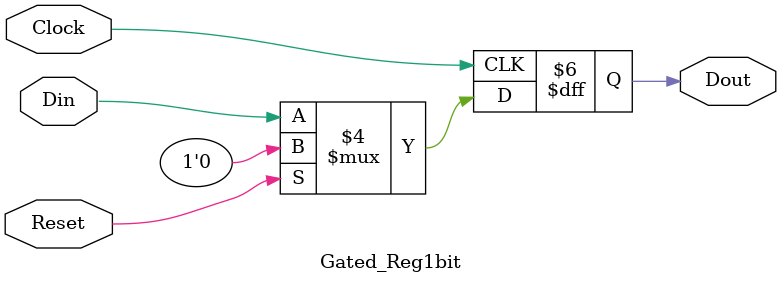
<source format=v>
`timescale	1ns/1ps

module	Gated_Reg1bit(Dout, Din, Clock, Reset)	;

output	Dout	;
reg	Dout	;

input	Din	;
wire	Din	;

input	Clock, Reset	;
wire	Clock, Reset	;


always	@(posedge	Clock)
	begin
		if ( Reset == 1'b1 ) 
			begin
				Dout <= 1'b0	;
			end
		else
			begin
				Dout <= Din	;
			end
	end

endmodule


</source>
